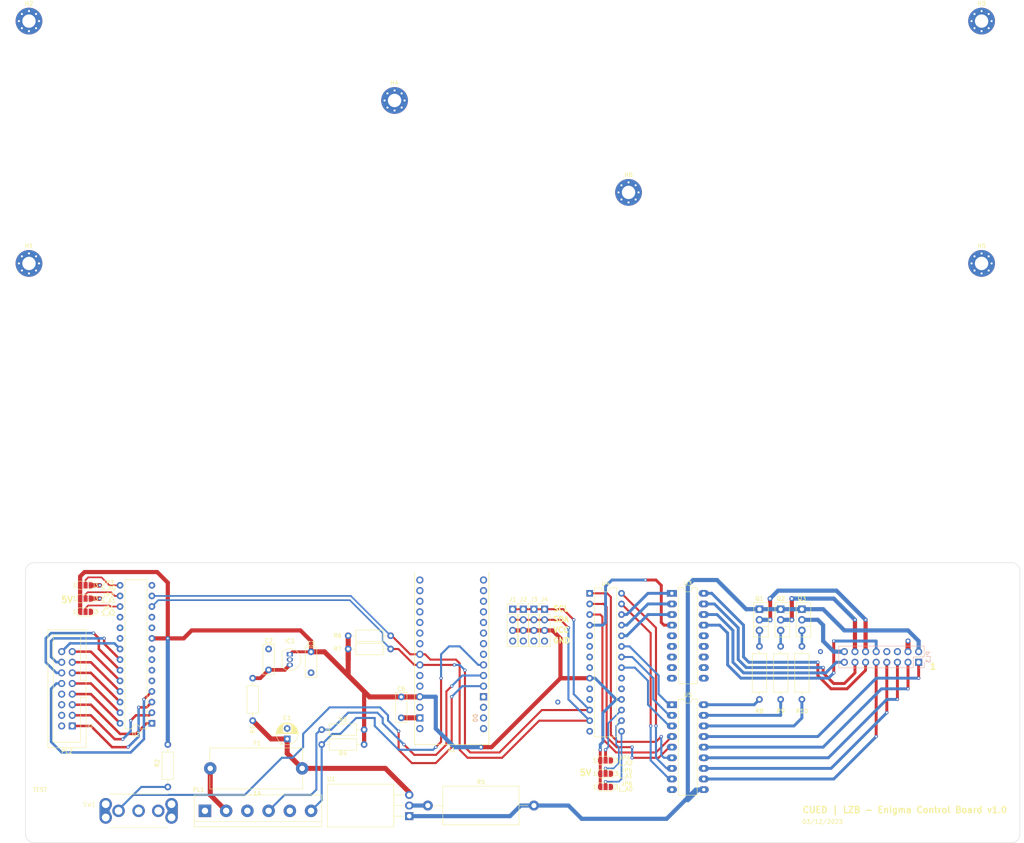
<source format=kicad_pcb>
(kicad_pcb (version 20221018) (generator pcbnew)
  (layers (0 "F.Cu" signal) (31 "B.Cu" signal) (34 "B.Paste" user) (35 "F.Paste" user) (36 "B.SilkS" user "B.Silkscreen") (37 "F.SilkS" user "F.Silkscreen") (38 "B.Mask" user) (39 "F.Mask" user) (44 "Edge.Cuts" user))
  (net 0 "")
  (net 1 "GND")
  (net 2 "TEST_SW")
  (net 3 "CAM1_POS")
  (net 4 "CAM2_POS")
  (net 5 "SDA")
  (net 6 "SCL")
  (net 7 "+5V")
  (net 8 "+12V")
  (net 9 "+BATT")
  (net 10 "/lamp_drive/c8")
  (net 11 "/lamp_drive/c7")
  (net 12 "/lamp_drive/c6")
  (net 13 "/lamp_drive/c5")
  (net 14 "/lamp_drive/c4")
  (net 15 "/lamp_drive/c3")
  (net 16 "/lamp_drive/c2")
  (net 17 "/lamp_drive/c1")
  (net 18 "/lamp_drive/r1")
  (net 19 "/lamp_drive/r2")
  (net 20 "/lamp_drive/r3")
  (net 21 "/lamp_drive/c9")
  (net 22 "+12VA")
  (net 23 "Net-(JP1-C)")
  (net 24 "Net-(JP2-C)")
  (net 25 "Net-(JP3-C)")
  (net 26 "Net-(JP4-C)")
  (net 27 "Net-(JP5-C)")
  (net 28 "Net-(JP6-C)")
  (net 29 "SC8")
  (net 30 "SC7")
  (net 31 "SC6")
  (net 32 "SC5")
  (net 33 "SC4")
  (net 34 "SC3")
  (net 35 "SC2")
  (net 36 "SC1")
  (net 37 "SR1")
  (net 38 "SR2")
  (net 39 "SR3")
  (net 40 "SC9")
  (net 41 "Net-(Q1-B)")
  (net 42 "Net-(Q2-B)")
  (net 43 "Net-(Q3-B)")
  (net 44 "Net-(U1-VO)")
  (net 54 "LC3")
  (net 55 "LC2")
  (net 56 "LC1")
  (net 57 "LC9")
  (net 66 "LC6")
  (net 67 "LC7")
  (net 68 "LC8")
  (net 77 "LR1")
  (net 78 "LR2")
  (net 79 "LR3")
  (net 80 "LC4")
  (net 81 "LC5")
  (net 109 "/lamp_drive/hp_r3")
  (net 110 "/lamp_drive/hp_r1")
  (net 112 "/lamp_drive/hp_r2")
  (net 113 "Net-(IC1-VI)")
  (footprint "Capacitor_THT:CP_Radial_D5.0mm_P2.50mm" (layer "F.Cu") (at 87.63 102.170113 90)
    (fp_text reference "C1")
    (fp_text value "10u 25V")
  )
  (footprint "Jumper:SolderJumper-3_P1.3mm_Open_RoundedPad1.0x1.5mm_NumberLabels" (layer "F.Cu") (at 163.83 107.315)
    (fp_text reference "JP4")
    (fp_text value "L_A2")
  )
  (footprint "MountingHole:MountingHole_3.2mm_M3_Pad_Via" (layer "F.Cu") (at 253.827056 -69.637944)
    (fp_text reference "H3")
    (fp_text value "MountingHole_Pad")
  )
  (footprint "user_global_footprints:Fuseholder_Cylinder-5x20mm_RS_Pro_564_756" (layer "F.Cu") (at 69.215 109.22)
    (fp_text reference "F1")
    (fp_text value "1A")
  )
  (footprint "Capacitor_THT:C_Disc_D7.0mm_W2.5mm_P5.00mm" (layer "F.Cu") (at 114.935 92.115 -90)
    (fp_text reference "C6")
    (fp_text value "100n")
  )
  (footprint "Jumper:SolderJumper-3_P1.3mm_Open_RoundedPad1.0x1.5mm_NumberLabels" (layer "F.Cu") (at 163.83 110.49)
    (fp_text reference "JP5")
    (fp_text value "L_A1")
  )
  (footprint "Package_DIP:DIP-18_W7.62mm_LongPads" (layer "F.Cu") (at 179.705 67.32)
    (fp_text reference "U3")
    (fp_text value "ULN2803A")
  )
  (footprint "Capacitor_THT:C_Disc_D7.0mm_W2.5mm_P5.00mm" (layer "F.Cu") (at 93.345 81.32 -90)
    (fp_text reference "C3")
    (fp_text value "100n")
  )
  (footprint "Package_TO_SOT_THT:TO-126-3_Vertical" (layer "F.Cu") (at 205.74 71.12 -90)
    (fp_text reference "Q2")
    (fp_text value "BD438")
  )
  (footprint "Connector_PinHeader_2.54mm:PinHeader_1x04_P2.54mm_Vertical" (layer "F.Cu") (at 146.685 71.12)
    (fp_text reference "J3")
    (fp_text value "Conn_01x04")
  )
  (footprint "user_global_footprints:Arduino_Nano_Socket_Luke" (layer "F.Cu") (at 127 60.325 180)
    (fp_text reference "A1")
    (fp_text value "Arduino_Nano_v3.x")
  )
  (footprint "Connector_IDC:IDC-Header_2x08_P2.54mm_Vertical" (layer "F.Cu") (at 36.195 99.06 180)
    (fp_text reference "PL2")
    (fp_text value "Conn_02x08_Counter_Clockwise")
  )
  (footprint "Resistor_THT:R_Axial_DIN0207_L6.3mm_D2.5mm_P10.16mm_Horizontal" (layer "F.Cu") (at 102.235 80.645)
    (fp_text reference "R7")
    (fp_text value "4k7")
  )
  (footprint "Resistor_THT:R_Axial_DIN0207_L6.3mm_D2.5mm_P10.16mm_Horizontal" (layer "F.Cu") (at 102.235 77.47)
    (fp_text reference "R6")
    (fp_text value "4k7")
  )
  (footprint "Connector_PinHeader_2.54mm:PinHeader_1x04_P2.54mm_Vertical" (layer "F.Cu") (at 144.145 71.12)
    (fp_text reference "J2")
    (fp_text value "Conn_01x04")
  )
  (footprint "Package_DIP:DIP-28_W7.62mm" (layer "F.Cu") (at 160.03 67.32)
    (fp_text reference "U4")
    (fp_text value "MCP23017_SP")
  )
  (footprint "Resistor_THT:R_Axial_DIN0309_L9.0mm_D3.2mm_P12.70mm_Horizontal" (layer "F.Cu") (at 205.74 80.01 -90)
    (fp_text reference "R9")
    (fp_text value "470R")
  )
  (footprint "Resistor_THT:R_Axial_DIN0207_L6.3mm_D2.5mm_P10.16mm_Horizontal" (layer "F.Cu") (at 95.885 103.505)
    (fp_text reference "R4")
    (fp_text value "4k7")
  )
  (footprint "MountingHole:MountingHole_3.2mm_M3_Pad_Via" (layer "F.Cu") (at 113.327056 -50.637944)
    (fp_text reference "H4")
    (fp_text value "MountingHole_Pad")
  )
  (footprint "Resistor_THT:R_Axial_DIN0207_L6.3mm_D2.5mm_P10.16mm_Horizontal" (layer "F.Cu") (at 59.055 113.665 90)
    (fp_text reference "R2")
    (fp_text value "4k7")
  )
  (footprint "Package_DIP:DIP-28_W7.62mm" (layer "F.Cu") (at 55.245 98.425 180)
    (fp_text reference "U2")
    (fp_text value "MCP23017_SP")
  )
  (footprint "Package_TO_SOT_THT:TO-126-3_Vertical" (layer "F.Cu") (at 200.66 71.12 -90)
    (fp_text reference "Q1")
    (fp_text value "BD438")
  )
  (footprint "Connector_PinHeader_2.54mm:PinHeader_1x04_P2.54mm_Vertical" (layer "F.Cu") (at 149.225 71.12)
    (fp_text reference "J4")
    (fp_text value "Conn_01x04")
  )
  (footprint "Resistor_THT:R_Axial_DIN0207_L6.3mm_D2.5mm_P10.16mm_Horizontal" (layer "F.Cu") (at 79.375 97.79 90)
    (fp_text reference "R1")
    (fp_text value "22R")
  )
  (footprint "Jumper:SolderJumper-3_P1.3mm_Open_RoundedPad1.0x1.5mm_NumberLabels" (layer "F.Cu") (at 163.83 113.665)
    (fp_text reference "JP6")
    (fp_text value "L_A0")
  )
  (footprint "Package_DIP:DIP-18_W7.62mm_LongPads" (layer "F.Cu") (at 179.705 93.98)
    (fp_text reference "U5")
    (fp_text value "ULN2803A")
  )
  (footprint "Capacitor_THT:C_Disc_D7.0mm_W2.5mm_P5.00mm" (layer "F.Cu") (at 83.185 85.645 90)
    (fp_text reference "C2")
    (fp_text value "100n")
  )
  (footprint "Resistor_THT:R_Axial_DIN0918_L18.0mm_D9.0mm_P25.40mm_Horizontal" (layer "F.Cu") (at 121.285 118.11)
    (fp_text reference "R5")
    (fp_text value "3R0")
  )
  (footprint "MountingHole:MountingHole_3.2mm_M3_Pad_Via" (layer "F.Cu") (at 25.827056 -69.637944)
    (fp_text reference "H2")
    (fp_text value "MountingHole_Pad")
  )
  (footprint "Resistor_THT:R_Axial_DIN0207_L6.3mm_D2.5mm_P10.16mm_Horizontal" (layer "F.Cu") (at 95.885 99.955)
    (fp_text reference "R3")
    (fp_text value "4k7")
  )
  (footprint "Jumper:SolderJumper-3_P1.3mm_Open_RoundedPad1.0x1.5mm_NumberLabels" (layer "F.Cu") (at 39.37 65.405)
    (fp_text reference "JP3")
    (fp_text value "S_A0")
  )
  (footprint "Resistor_THT:R_Axial_DIN0309_L9.0mm_D3.2mm_P12.70mm_Horizontal" (layer "F.Cu") (at 210.82 92.71 90)
    (fp_text reference "R10")
    (fp_text value "470R")
  )
  (footprint "Package_TO_SOT_THT:TO-220-3_Horizontal_TabDown" (layer "F.Cu") (at 116.84 120.65 90)
    (fp_text reference "U1")
    (fp_text value "LM317_TO-220")
  )
  (footprint "Resistor_THT:R_Axial_DIN0309_L9.0mm_D3.2mm_P12.70mm_Horizontal" (layer "F.Cu") (at 200.66 92.71 90)
    (fp_text reference "R8")
    (fp_text value "470R")
  )
  (footprint "MountingHole:MountingHole_3.2mm_M3_Pad_Via" (layer "F.Cu") (at 25.827056 -11.637944)
    (fp_text reference "H1")
    (fp_text value "MountingHole_Pad")
  )
  (footprint "user_global_footprints:SW_SPDT_RS_Pro_734_7303_Latching" (layer "F.Cu") (at 52.07 119.38 90)
    (fp_text reference "SW1")
    (fp_text value "SW_SPDT" hide)
  )
  (footprint "TerminalBlock:TerminalBlock_bornier-6_P5.08mm" (layer "F.Cu") (at 67.945 119.38)
    (fp_text reference "PL1")
    (fp_text value "Screw_Terminal_01x06" hide)
  )
  (footprint "Jumper:SolderJumper-3_P1.3mm_Open_RoundedPad1.0x1.5mm_NumberLabels" (layer "F.Cu") (at 39.37 68.58)
    (fp_text reference "JP2")
    (fp_text value "S_A1")
  )
  (footprint "Jumper:SolderJumper-3_P1.3mm_Open_RoundedPad1.0x1.5mm_NumberLabels" (layer "F.Cu") (at 39.37 71.755)
    (fp_text reference "JP1")
    (fp_text value "S_A2")
  )
  (footprint "MountingHole:MountingHole_3.2mm_M3_Pad_Via" (layer "F.Cu") (at 253.827056 -11.637944)
    (fp_text reference "H5")
    (fp_text value "MountingHole_Pad")
  )
  (footprint "MountingHole:MountingHole_3.2mm_M3_Pad_Via" (layer "F.Cu") (at 169.327056 -28.637944)
    (fp_text reference "H6")
    (fp_text value "MountingHole_Pad")
  )
  (footprint "Package_TO_SOT_THT:TO-126-3_Vertical" (layer "F.Cu") (at 210.82 71.12 -90)
    (fp_text reference "Q3")
    (fp_text value "BD438")
  )
  (footprint "Connector_PinHeader_2.54mm:PinHeader_1x04_P2.54mm_Vertical" (layer "F.Cu") (at 141.605 71.12)
    (fp_text reference "J1")
    (fp_text value "Conn_01x04")
  )
  (footprint "Package_TO_SOT_THT:TO-92_Inline" (layer "F.Cu") (at 88.265 81.915 -90)
    (fp_text reference "IC1")
    (fp_text value "LM2931AZ-5.0_TO92")
  )
  (footprint "user_global_footprints:PinHeader_2x08_P2.54mm_Vertical_VNUM" (layer "B.Cu") (at 238.76 83.82 90)
    (fp_text reference "PL3")
    (fp_text value "Conn_02x08_Counter_Clockwise")
  )
  (gr_line (start 25 125) (end 25 62) (stroke (width 0.1)) (layer "Edge.Cuts"))
  (gr_line (start 27 60) (end 261 60) (stroke (width 0.1)) (layer "Edge.Cuts"))
  (gr_line (start 263 62) (end 263 125) (stroke (width 0.1)) (layer "Edge.Cuts"))
  (gr_line (start 261 127) (end 27 127) (stroke (width 0.1)) (layer "Edge.Cuts"))
  (gr_arc (start 263 125) (mid 262.414214 126.414214) (end 261 127) (stroke (width 0.1)) (layer "Edge.Cuts"))
  (gr_arc (start 25 62) (mid 25.585786 60.585786) (end 27 60) (stroke (width 0.1)) (layer "Edge.Cuts"))
  (gr_arc (start 27 127) (mid 25.585786 126.414214) (end 25 125) (stroke (width 0.1)) (layer "Edge.Cuts"))
  (gr_arc (start 261 60) (mid 262.414214 60.585786) (end 263 62) (stroke (width 0.1)) (layer "Edge.Cuts"))
  (gr_text "TEST" (at 26.67 114.935) (layer "F.SilkS") (effects (font (size 1 1)) (justify left bottom)))
  (gr_text "CUED | LZB - Enigma Control Board v1.0" (at 210.82 120.015) (layer "F.SilkS") (effects (font (size 1.5 1.5) (thickness 0.3) bold) (justify left bottom)))
  (gr_text "VCC" (at 151.13 76.835) (layer "F.SilkS") (effects (font (size 1.3 1.3) (thickness 0.3) bold) (justify left bottom)))
  (gr_text "5V" (at 33.401 69.723) (layer "F.SilkS") (effects (font (size 1.5 1.5) (thickness 0.3) bold) (justify left bottom)))
  (gr_text "03/12/2023" (at 210.82 122.555) (layer "F.SilkS") (effects (font (size 1 1)) (justify left bottom)))
  (gr_text "SCL" (at 151.13 71.755) (layer "F.SilkS") (effects (font (size 1.3 1.3) (thickness 0.3) bold) (justify left bottom)))
  (gr_text "1" (at 241.3 85.725) (layer "F.SilkS") (effects (font (size 1.5 1.5) (thickness 0.3) bold) (justify left bottom)))
  (gr_text "GND" (at 151.13 79.375) (layer "F.SilkS") (effects (font (size 1.3 1.3) (thickness 0.3) bold) (justify left bottom)))
  (gr_text "SDA" (at 151.13 74.295) (layer "F.SilkS") (effects (font (size 1.3 1.3) (thickness 0.3) bold) (justify left bottom)))
  (gr_text "5V" (at 157.48 111.125) (layer "F.SilkS") (effects (font (size 1.5 1.5) (thickness 0.3) bold) (justify left bottom)))
  (segment (start 40.67 68.58) (end 42.799 68.58) (width 1.1) (layer "F.Cu") (net 1))
  (segment (start 40.67 65.405) (end 42.799 65.405) (width 1.1) (layer "F.Cu") (net 1))
  (segment (start 236.22 78.74) (end 236.22 81.28) (width 1.2) (layer "F.Cu") (net 1))
  (segment (start 119.34 97.115) (end 119.38 97.155) (width 1.2) (layer "F.Cu") (net 1))
  (segment (start 114.935 97.115) (end 119.34 97.115) (width 1.2) (layer "F.Cu") (net 1))
  (via (at 42.799 68.58) (size 0.8) (drill 0.4) (layers "F.Cu" "B.Cu") (net 1))
  (via (at 42.799 65.405) (size 0.8) (drill 0.4) (layers "F.Cu" "B.Cu") (net 1))
  (via (at 236.22 78.74) (size 1.2) (drill 0.6) (layers "F.Cu" "B.Cu") (net 1))
  (via (at 152.4 93.345) (size 1.2) (drill 0.6) (layers "F.Cu" "B.Cu") (net 1))
  (via (at 215.265 81.28) (size 1.2) (drill 0.6) (layers "F.Cu" "B.Cu") (net 1))
  (segment (start 123.19 107.95) (end 127 104.14) (width 0.5) (layer "F.Cu") (net 2))
  (segment (start 114.3 100.33) (end 114.3 104.775) (width 0.5) (layer "F.Cu") (net 2))
  (segment (start 117.475 107.95) (end 123.19 107.95) (width 0.5) (layer "F.Cu") (net 2))
  (segment (start 127 104.14) (end 127 92.075) (width 0.5) (layer "F.Cu") (net 2))
  (segment (start 114.3 104.775) (end 117.475 107.95) (width 0.5) (layer "F.Cu") (net 2))
  (via (at 127 92.075) (size 0.8) (drill 0.4) (layers "F.Cu" "B.Cu") (net 2))
  (via (at 114.3 100.33) (size 0.8) (drill 0.4) (layers "F.Cu" "B.Cu") (net 2))
  (segment (start 50.8 115.57) (end 77.47 115.57) (width 0.5) (layer "B.Cu") (net 2))
  (segment (start 129.54 89.535) (end 134.62 89.535) (width 0.5) (layer "B.Cu") (net 2))
  (segment (start 86.36 106.68) (end 88.9 106.68) (width 0.5) (layer "B.Cu") (net 2))
  (segment (start 59.055 113.665) (end 52.705 113.665) (width 0.5) (layer "B.Cu") (net 2))
  (segment (start 111.76 97.79) (end 114.3 100.33) (width 0.5) (layer "B.Cu") (net 2))
  (segment (start 50.8 115.57) (end 47.27 119.1) (width 0.5) (layer "B.Cu") (net 2))
  (segment (start 97.79 94.615) (end 109.855 94.615) (width 0.5) (layer "B.Cu") (net 2))
  (segment (start 109.855 94.615) (end 111.76 96.52) (width 0.5) (layer "B.Cu") (net 2))
  (segment (start 91.44 104.14) (end 91.44 100.965) (width 0.5) (layer "B.Cu") (net 2))
  (segment (start 47.27 119.1) (end 47.27 119.38) (width 0.5) (layer "B.Cu") (net 2))
  (segment (start 111.76 96.52) (end 111.76 97.79) (width 0.5) (layer "B.Cu") (net 2))
  (segment (start 91.44 100.965) (end 97.79 94.615) (width 0.5) (layer "B.Cu") (net 2))
  (segment (start 77.47 115.57) (end 86.36 106.68) (width 0.5) (layer "B.Cu") (net 2))
  (segment (start 52.705 113.665) (end 50.8 115.57) (width 0.5) (layer "B.Cu") (net 2))
  (segment (start 127 92.075) (end 129.54 89.535) (width 0.5) (layer "B.Cu") (net 2))
  (segment (start 88.9 106.68) (end 91.44 104.14) (width 0.5) (layer "B.Cu") (net 2))
  (segment (start 125.73 103.505) (end 125.73 90.805) (width 0.5) (layer "F.Cu") (net 3))
  (segment (start 115.57 103.505) (end 118.045 105.98) (width 0.5) (layer "F.Cu") (net 3))
  (segment (start 125.73 90.805) (end 127 89.535) (width 0.5) (layer "F.Cu") (net 3))
  (segment (start 118.045 105.98) (end 123.255 105.98) (width 0.5) (layer "F.Cu") (net 3))
  (segment (start 123.255 105.98) (end 125.73 103.505) (width 0.5) (layer "F.Cu") (net 3))
  (via (at 127 89.535) (size 0.8) (drill 0.4) (layers "F.Cu" "B.Cu") (net 3))
  (via (at 115.57 103.505) (size 0.8) (drill 0.4) (layers "F.Cu" "B.Cu") (net 3))
  (segment (start 83.185 119.38) (end 86.995 115.57) (width 0.5) (layer "B.Cu") (net 3))
  (segment (start 109.22 95.885) (end 102.235 95.885) (width 0.5) (layer "B.Cu") (net 3))
  (segment (start 95.625 99.955) (end 95.885 99.955) (width 0.5) (layer "B.Cu") (net 3))
  (segment (start 98.165 99.955) (end 95.885 99.955) (width 0.5) (layer "B.Cu") (net 3))
  (segment (start 102.235 95.885) (end 98.165 99.955) (width 0.5) (layer "B.Cu") (net 3))
  (segment (start 93.345 115.57) (end 94.615 114.3) (width 0.5) (layer "B.Cu") (net 3))
  (segment (start 115.57 103.505) (end 110.49 98.425) (width 0.5) (layer "B.Cu") (net 3))
  (segment (start 127 89.535) (end 129.54 86.995) (width 0.5) (layer "B.Cu") (net 3))
  (segment (start 110.49 97.155) (end 109.22 95.885) (width 0.5) (layer "B.Cu") (net 3))
  (segment (start 94.615 114.3) (end 94.615 100.965) (width 0.5) (layer "B.Cu") (net 3))
  (segment (start 94.615 100.965) (end 95.625 99.955) (width 0.5) (layer "B.Cu") (net 3))
  (segment (start 129.54 86.995) (end 134.62 86.995) (width 0.5) (layer "B.Cu") (net 3))
  (segment (start 110.49 98.425) (end 110.49 97.155) (width 0.5) (layer "B.Cu") (net 3))
  (segment (start 93.345 115.57) (end 86.995 115.57) (width 0.5) (layer "B.Cu") (net 3))
  (segment (start 124.46 102.87) (end 124.46 99.06) (width 0.5) (layer "F.Cu") (net 4))
  (segment (start 123.19 104.14) (end 124.46 102.87) (width 0.5) (layer "F.Cu") (net 4))
  (segment (start 124.46 88.197082) (end 124.46 87.63) (width 0.5) (layer "F.Cu") (net 4))
  (segment (start 124.46 99.06) (end 124.46 88.197082) (width 0.5) (layer "F.Cu") (net 4))
  (via (at 123.19 104.14) (size 0.8) (drill 0.4) (layers "F.Cu" "B.Cu") (net 4))
  (via (at 124.46 87.63) (size 0.8) (drill 0.4) (layers "F.Cu" "B.Cu") (net 4))
  (segment (start 108.585 97.155) (end 108.585 99.06) (width 0.5) (layer "B.Cu") (net 4))
  (segment (start 100.33 100.965) (end 104.14 97.155) (width 0.5) (layer "B.Cu") (net 4))
  (segment (start 121.92 104.775) (end 122.555 104.775) (width 0.5) (layer "B.Cu") (net 4))
  (segment (start 128.905 80.01) (end 133.35 84.455) (width 0.5) (layer "B.Cu") (net 4))
  (segment (start 124.46 81.915) (end 126.365 80.01) (width 0.5) (layer "B.Cu") (net 4))
  (segment (start 93.345 119.38) (end 95.885 116.84) (width 0.5) (layer "B.Cu") (net 4))
  (segment (start 104.14 97.155) (end 108.585 97.155) (width 0.5) (layer "B.Cu") (net 4))
  (segment (start 133.35 84.455) (end 134.62 84.455) (width 0.5) (layer "B.Cu") (net 4))
  (segment (start 126.365 80.01) (end 128.905 80.01) (width 0.5) (layer "B.Cu") (net 4))
  (segment (start 95.885 116.84) (end 95.885 103.505) (width 0.5) (layer "B.Cu") (net 4))
  (segment (start 124.46 87.63) (end 124.46 81.915) (width 0.5) (layer "B.Cu") (net 4))
  (segment (start 114.3 104.775) (end 121.92 104.775) (width 0.5) (layer "B.Cu") (net 4))
  (segment (start 108.585 99.06) (end 114.3 104.775) (width 0.5) (layer "B.Cu") (net 4))
  (segment (start 122.555 104.775) (end 123.19 104.14) (width 0.5) (layer "B.Cu") (net 4))
  (segment (start 95.885 103.505) (end 98.425 100.965) (width 0.5) (layer "B.Cu") (net 4))
  (segment (start 98.425 100.965) (end 100.33 100.965) (width 0.5) (layer "B.Cu") (net 4))
  (segment (start 153.035 73.66) (end 141.605 73.66) (width 0.5) (layer "F.Cu") (net 5))
  (segment (start 154.94 75.565) (end 153.035 73.66) (width 0.5) (layer "F.Cu") (net 5))
  (segment (start 128.905 84.074) (end 128.905 104.775) (width 0.5) (layer "F.Cu") (net 5))
  (segment (start 139.065 106.68) (end 147.945 97.8) (width 0.5) (layer "F.Cu") (net 5))
  (segment (start 128.905 104.775) (end 130.81 106.68) (width 0.5) (layer "F.Cu") (net 5))
  (segment (start 128.016 83.185) (end 128.905 84.074) (width 0.5) (layer "F.Cu") (net 5))
  (segment (start 117.094 81.915) (end 119.38 81.915) (width 0.5) (layer "F.Cu") (net 5))
  (segment (start 120.65 81.915) (end 121.92 83.185) (width 0.5) (layer "F.Cu") (net 5))
  (segment (start 112.649 77.47) (end 117.094 81.915) (width 0.5) (layer "F.Cu") (net 5))
  (segment (start 147.945 97.8) (end 160.03 97.8) (width 0.5) (layer "F.Cu") (net 5))
  (segment (start 112.395 77.47) (end 112.649 77.47) (width 0.5) (layer "F.Cu") (net 5))
  (segment (start 130.81 106.68) (end 139.065 106.68) (width 0.5) (layer "F.Cu") (net 5))
  (segment (start 121.92 83.185) (end 128.016 83.185) (width 0.5) (layer "F.Cu") (net 5))
  (segment (start 119.38 81.915) (end 120.65 81.915) (width 0.5) (layer "F.Cu") (net 5))
  (via (at 154.94 75.565) (size 0.8) (drill 0.4) (layers "F.Cu" "B.Cu") (net 5))
  (segment (start 102.87 67.945) (end 112.395 77.47) (width 0.4) (layer "B.Cu") (net 5))
  (segment (start 154.94 92.71) (end 160.03 97.8) (width 0.5) (layer "B.Cu") (net 5))
  (segment (start 154.94 75.565) (end 154.94 92.71) (width 0.5) (layer "B.Cu") (net 5))
  (segment (start 55.245 67.945) (end 102.87 67.945) (width 0.4) (layer "B.Cu") (net 5))
  (segment (start 153.67 71.12) (end 141.605 71.12) (width 0.5) (layer "F.Cu") (net 6))
  (segment (start 148.58 95.26) (end 160.03 95.26) (width 0.5) (layer "F.Cu") (net 6))
  (segment (start 118.0465 84.455) (end 114.2365 80.645) (width 0.5) (layer "F.Cu") (net 6))
  (segment (start 138.43 105.41) (end 148.58 95.26) (width 0.5) (layer "F.Cu") (net 6))
  (segment (start 131.445 105.41) (end 138.43 105.41) (width 0.5) (layer "F.Cu") (net 6))
  (segment (start 130.175 85.725) (end 130.175 104.14) (width 0.5) (layer "F.Cu") (net 6))
  (segment (start 114.2365 80.645) (end 112.395 80.645) (width 0.5) (layer "F.Cu") (net 6))
  (segment (start 119.38 84.455) (end 127.635 84.455) (width 0.5) (layer "F.Cu") (net 6))
  (segment (start 119.38 84.455) (end 118.0465 84.455) (width 0.5) (layer "F.Cu") (net 6))
  (segment (start 130.175 104.14) (end 131.445 105.41) (width 0.5) (layer "F.Cu") (net 6))
  (segment (start 156.21 73.66) (end 153.67 71.12) (width 0.5) (layer "F.Cu") (net 6))
  (via (at 130.175 85.725) (size 0.8) (drill 0.4) (layers "F.Cu" "B.Cu") (net 6))
  (via (at 127.635 84.455) (size 0.8) (drill 0.4) (layers "F.Cu" "B.Cu") (net 6))
  (via (at 156.21 73.66) (size 0.8) (drill 0.4) (layers "F.Cu" "B.Cu") (net 6))
  (segment (start 127.635 84.455) (end 128.905 84.455) (width 0.5) (layer "B.Cu") (net 6))
  (segment (start 56.769 68.961) (end 102.616 68.961) (width 0.4) (layer "B.Cu") (net 6))
  (segment (start 55.245 70.485) (end 56.769 68.961) (width 0.4) (layer "B.Cu") (net 6))
  (segment (start 110.49 76.835) (end 110.49 78.74) (width 0.4) (layer "B.Cu") (net 6))
  (segment (start 102.616 68.961) (end 110.49 76.835) (width 0.4) (layer "B.Cu") (net 6))
  (segment (start 110.49 78.74) (end 112.395 80.645) (width 0.4) (layer "B.Cu") (net 6))
  (segment (start 128.905 84.455) (end 130.175 85.725) (width 0.5) (layer "B.Cu") (net 6))
  (segment (start 156.21 91.44) (end 160.03 95.26) (width 0.5) (layer "B.Cu") (net 6))
  (segment (start 156.21 73.66) (end 156.21 91.44) (width 0.5) (layer "B.Cu") (net 6))
  (segment (start 151.13 76.2) (end 153.035 78.105) (width 1) (layer "F.Cu") (net 7))
  (segment (start 59.055 78.105) (end 55.245 78.105) (width 1) (layer "F.Cu") (net 7))
  (segment (start 106.045 90.805) (end 107.355 92.115) (width 1.2) (layer "F.Cu") (net 7))
  (segment (start 38.07 63.276) (end 39.116 62.23) (width 1) (layer "F.Cu") (net 7))
  (segment (start 88.265 81.915) (end 88.86 81.32) (width 0.7) (layer "F.Cu") (net 7))
  (segment (start 102.235 83.185) (end 102.235 80.645) (width 1.2) (layer "F.Cu") (net 7))
  (segment (start 153.025 87.64) (end 154.295 87.64) (width 1) (layer "F.Cu") (net 7))
  (segment (start 153.035 78.105) (end 153.035 87.64) (width 1) (layer "F.Cu") (net 7))
  (segment (start 59.055 64.77) (end 59.055 78.105) (width 1) (layer "F.Cu") (net 7))
  (segment (start 102.235 86.995) (end 96.56 81.32) (width 1.2) (layer "F.Cu") (net 7))
  (segment (start 119.34 92.115) (end 119.38 92.075) (width 1.2) (layer "F.Cu") (net 7))
  (segment (start 93.345 78.74) (end 90.805 76.2) (width 1) (layer "F.Cu") (net 7))
  (segment (start 93.345 81.32) (end 93.345 78.74) (width 1) (layer "F.Cu") (net 7))
  (segment (start 106.045 103.505) (end 106.045 90.805) (width 1) (layer "F.Cu") (net 7))
  (segment (start 88.86 81.32) (end 93.345 81.32) (width 0.7) (layer "F.Cu") (net 7))
  (segment (start 133.985 104.14) (end 136.525 104.14) (width 1) (layer "F.Cu") (net 7))
  (segment (start 162.56 104.775) (end 162.56 113.635) (width 0.7) (layer "F.Cu") (net 7))
  (segment (start 154.295 87.64) (end 160.03 87.64) (width 1) (layer "F.Cu") (net 7))
  (segment (start 90.805 76.2) (end 64.77 76.2) (width 1) (layer "F.Cu") (net 7))
  (segment (start 136.525 104.14) (end 153.025 87.64) (width 1) (layer "F.Cu") (net 7))
  (segment (start 64.77 76.2) (end 62.865 78.105) (width 1) (layer "F.Cu") (net 7))
  (segment (start 62.865 78.105) (end 59.055 78.105) (width 1) (layer "F.Cu") (net 7))
  (segment (start 39.116 62.23) (end 56.515 62.23) (width 1) (layer "F.Cu") (net 7))
  (segment (start 141.605 76.2) (end 151.13 76.2) (width 1) (layer "F.Cu") (net 7))
  (segment (start 38.07 71.755) (end 38.07 63.276) (width 1) (layer "F.Cu") (net 7))
  (segment (start 102.235 86.995) (end 106.045 90.805) (width 1.2) (layer "F.Cu") (net 7))
  (segment (start 102.235 77.47) (end 102.235 83.185) (width 1.2) (layer "F.Cu") (net 7))
  (segment (start 102.235 83.185) (end 102.235 86.995) (width 1.2) (layer "F.Cu") (net 7))
  (segment (start 107.355 92.115) (end 114.935 92.115) (width 1.2) (layer "F.Cu") (net 7))
  (segment (start 56.515 62.23) (end 59.055 64.77) (width 1) (layer "F.Cu") (net 7))
  (segment (start 162.56 113.635) (end 162.53 113.665) (width 0.7) (layer "F.Cu") (net 7))
  (segment (start 96.56 81.32) (end 93.345 81.32) (width 1.2) (layer "F.Cu") (net 7))
  (segment (start 114.935 92.115) (end 119.34 92.115) (width 1.2) (layer "F.Cu") (net 7))
  (segment (start 153.035 87.64) (end 154.295 87.64) (width 1) (layer "F.Cu") (net 7))
  (via (at 162.56 104.775) (size 0.8) (drill 0.4) (layers "F.Cu" "B.Cu") (net 7))
  (via (at 133.985 104.14) (size 1.2) (drill 0.6) (layers "F.Cu" "B.Cu") (net 7))
  (via (at 59.055 78.105) (size 0.8) (drill 0.4) (layers "F.Cu" "B.Cu") (net 7))
  (segment (start 123.19 99.695) (end 123.19 92.075) (width 1) (layer "B.Cu") (net 7))
  (segment (start 163.195 102.87) (end 162.56 103.505) (width 0.7) (layer "B.Cu") (net 7))
  (segment (start 59.055 78.105) (end 59.055 103.505) (width 1) (layer "B.Cu") (net 7))
  (segment (start 133.985 104.14) (end 127.635 104.14) (width 1) (layer "B.Cu") (net 7))
  (segment (start 166.38 92.72) (end 167.65 92.72) (width 0.7) (layer "B.Cu") (net 7))
  (segment (start 161.3 87.64) (end 166.38 92.72) (width 0.7) (layer "B.Cu") (net 7))
  (segment (start 160.03 87.64) (end 161.3 87.64) (width 0.7) (layer "B.Cu") (net 7))
  (segment (start 166.38 92.72) (end 163.195 95.905) (width 0.7) (layer "B.Cu") (net 7))
  (segment (start 127.635 104.14) (end 123.19 99.695) (width 1) (layer "B.Cu") (net 7))
  (segment (start 162.56 103.505) (end 162.56 104.775) (width 0.7) (layer "B.Cu") (net 7))
  (segment (start 163.195 95.905) (end 163.195 102.87) (width 0.7) (layer "B.Cu") (net 7))
  (segment (start 123.19 92.075) (end 119.38 92.075) (width 1) (layer "B.Cu") (net 7))
  (segment (start 116.84 114.935) (end 116.84 115.57) (width 1.2) (layer "F.Cu") (net 8))
  (segment (start 111.125 109.22) (end 116.84 114.935) (width 1.2) (layer "F.Cu") (net 8))
  (segment (start 87.63 102.170113) (end 83.755113 102.170113) (width 1.2) (layer "F.Cu") (net 8))
  (segment (start 91.215 109.22) (end 111.125 109.22) (width 1.2) (layer "F.Cu") (net 8))
  (segment (start 83.755113 102.170113) (end 79.375 97.79) (width 1.2) (layer "F.Cu") (net 8))
  (segment (start 87.63 105.635) (end 91.215 109.22) (width 1.2) (layer "F.Cu") (net 8))
  (segment (start 87.63 102.235) (end 87.63 105.635) (width 1.2) (layer "F.Cu") (net 8))
  (segment (start 69.215 115.57) (end 69.215 109.22) (width 1.2) (layer "F.Cu") (net 9))
  (segment (start 73.025 119.38) (end 69.215 115.57) (width 1.2) (layer "F.Cu") (net 9))
  (segment (start 238.76 87.63) (end 238.76 83.82) (width 0.7) (layer "F.Cu") (net 10))
  (via (at 238.76 87.63) (size 0.8) (drill 0.4) (layers "F.Cu" "B.Cu") (net 10))
  (segment (start 187.325 101.6) (end 214.63 101.6) (width 0.7) (layer "B.Cu") (net 10))
  (segment (start 228.6 87.63) (end 238.76 87.63) (width 0.7) (layer "B.Cu") (net 10))
  (segment (start 214.63 101.6) (end 228.6 87.63) (width 0.7) (layer "B.Cu") (net 10))
  (segment (start 236.22 90.17) (end 236.22 83.82) (width 0.7) (layer "F.Cu") (net 11))
  (via (at 236.22 90.17) (size 0.8) (drill 0.4) (layers "F.Cu" "B.Cu") (net 11))
  (segment (start 229.87 90.17) (end 236.22 90.17) (width 0.7) (layer "B.Cu") (net 11))
  (segment (start 215.9 104.14) (end 229.87 90.17) (width 0.7) (layer "B.Cu") (net 11))
  (segment (start 187.325 104.14) (end 215.9 104.14) (width 0.7) (layer "B.Cu") (net 11))
  (segment (start 233.68 92.71) (end 233.68 83.82) (width 0.7) (layer "F.Cu") (net 12))
  (via (at 233.68 92.71) (size 0.8) (drill 0.4) (layers "F.Cu" "B.Cu") (net 12))
  (segment (start 231.14 92.71) (end 233.68 92.71) (width 0.7) (layer "B.Cu") (net 12))
  (segment (start 217.17 106.68) (end 231.14 92.71) (width 0.7) (layer "B.Cu") (net 12))
  (segment (start 187.325 106.68) (end 217.17 106.68) (width 0.7) (layer "B.Cu") (net 12))
  (segment (start 231.14 95.885) (end 231.14 83.82) (width 0.7) (layer "F.Cu") (net 13))
  (via (at 231.14 95.885) (size 0.8) (drill 0.4) (layers "F.Cu" "B.Cu") (net 13))
  (segment (start 187.325 109.22) (end 217.805 109.22) (width 0.7) (layer "B.Cu") (net 13))
  (segment (start 217.805 109.22) (end 231.14 95.885) (width 0.7) (layer "B.Cu") (net 13))
  (segment (start 228.6 101.6) (end 228.6 83.82) (width 0.7) (layer "F.Cu") (net 14))
  (via (at 228.6 101.6) (size 0.8) (drill 0.4) (layers "F.Cu" "B.Cu") (net 14))
  (segment (start 218.44 111.76) (end 228.6 101.6) (width 0.7) (layer "B.Cu") (net 14))
  (segment (start 187.325 111.76) (end 218.44 111.76) (width 0.7) (layer "B.Cu") (net 14))
  (segment (start 217.805 90.17) (end 221.615 90.17) (width 0.7) (layer "F.Cu") (net 15))
  (segment (start 214.63 86.995) (end 217.805 90.17) (width 0.7) (layer "F.Cu") (net 15))
  (segment (start 214.63 83.82) (end 214.63 86.995) (width 0.7) (layer "F.Cu") (net 15))
  (segment (start 221.615 90.17) (end 226.06 85.725) (width 0.7) (layer "F.Cu") (net 15))
  (segment (start 226.06 85.725) (end 226.06 83.82) (width 0.7) (layer "F.Cu") (net 15))
  (via (at 214.63 83.82) (size 0.8) (drill 0.4) (layers "F.Cu" "B.Cu") (net 15))
  (segment (start 196.85 82.55) (end 196.85 74.93) (width 0.7) (layer "B.Cu") (net 15))
  (segment (start 189.23 67.31) (end 189.22 67.32) (width 0.7) (layer "B.Cu") (net 15))
  (segment (start 189.22 67.32) (end 187.325 67.32) (width 0.7) (layer "B.Cu") (net 15))
  (segment (start 196.85 74.93) (end 189.23 67.31) (width 0.7) (layer "B.Cu") (net 15))
  (segment (start 214.63 83.82) (end 198.12 83.82) (width 0.7) (layer "B.Cu") (net 15))
  (segment (start 198.12 83.82) (end 196.85 82.55) (width 0.7) (layer "B.Cu") (net 15))
  (segment (start 220.98 88.9) (end 223.52 86.36) (width 0.7) (layer "F.Cu") (net 16))
  (segment (start 218.44 88.9) (end 220.98 88.9) (width 0.7) (layer "F.Cu") (net 16))
  (segment (start 223.52 86.36) (end 223.52 83.82) (width 0.7) (layer "F.Cu") (net 16))
  (segment (start 215.9 85.09) (end 215.9 86.36) (width 0.7) (layer "F.Cu") (net 16))
  (segment (start 215.9 86.36) (end 218.44 88.9) (width 0.7) (layer "F.Cu") (net 16))
  (via (at 215.9 85.09) (size 0.8) (drill 0.4) (layers "F.Cu" "B.Cu") (net 16))
  (segment (start 195.58 83.185) (end 195.58 75.565) (width 0.7) (layer "B.Cu") (net 16))
  (segment (start 189.875 69.86) (end 187.325 69.86) (width 0.7) (layer "B.Cu") (net 16))
  (segment (start 195.58 75.565) (end 189.875 69.86) (width 0.7) (layer "B.Cu") (net 16))
  (segment (start 215.9 85.09) (end 197.485 85.09) (width 0.7) (layer "B.Cu") (net 16))
  (segment (start 197.485 85.09) (end 195.58 83.185) (width 0.7) (layer "B.Cu") (net 16))
  (segment (start 216.535 86.36) (end 219.075 83.82) (width 0.7) (layer "B.Cu") (net 17))
  (segment (start 219.075 83.82) (end 220.98 83.82) (width 0.7) (layer "B.Cu") (net 17))
  (segment (start 190.51 72.4) (end 194.31 76.2) (width 0.7) (layer "B.Cu") (net 17))
  (segment (start 196.85 86.36) (end 216.535 86.36) (width 0.7) (layer "B.Cu") (net 17))
  (segment (start 194.31 83.82) (end 196.85 86.36) (width 0.7) (layer "B.Cu") (net 17))
  (segment (start 187.325 72.4) (end 190.51 72.4) (width 0.7) (layer "B.Cu") (net 17))
  (segment (start 194.31 76.2) (end 194.31 83.82) (width 0.7) (layer "B.Cu") (net 17))
  (segment (start 210.82 97.155) (end 210.82 92.71) (width 0.7) (layer "B.Cu") (net 18))
  (segment (start 187.325 99.06) (end 208.915 99.06) (width 0.7) (layer "B.Cu") (net 18))
  (segment (start 208.915 99.06) (end 210.82 97.155) (width 0.7) (layer "B.Cu") (net 18))
  (segment (start 205.74 96.52) (end 205.74 92.71) (width 0.7) (layer "B.Cu") (net 19))
  (segment (start 187.325 96.52) (end 205.74 96.52) (width 0.7) (layer "B.Cu") (net 19))
  (segment (start 199.39 93.98) (end 200.66 92.71) (width 0.7) (layer "B.Cu") (net 20))
  (segment (start 187.325 93.98) (end 199.39 93.98) (width 0.7) (layer "B.Cu") (net 20))
  (segment (start 218.44 86.36) (end 218.44 78.74) (width 0.7) (layer "F.Cu") (net 21))
  (via (at 218.44 78.74) (size 0.8) (drill 0.4) (layers "F.Cu" "B.Cu") (net 21))
  (via (at 218.44 86.36) (size 0.8) (drill 0.4) (layers "F.Cu" "B.Cu") (net 21))
  (segment (start 228.6 78.74) (end 228.6 81.28) (width 0.7) (layer "B.Cu") (net 21))
  (segment (start 218.44 78.74) (end 228.6 78.74) (width 0.7) (layer "B.Cu") (net 21))
  (segment (start 193.04 84.455) (end 196.215 87.63) (width 0.7) (layer "B.Cu") (net 21))
  (segment (start 191.145 74.94) (end 193.04 76.835) (width 0.7) (layer "B.Cu") (net 21))
  (segment (start 217.17 87.63) (end 218.44 86.36) (width 0.7) (layer "B.Cu") (net 21))
  (segment (start 196.215 87.63) (end 217.17 87.63) (width 0.7) (layer "B.Cu") (net 21))
  (segment (start 193.04 76.835) (end 193.04 84.455) (width 0.7) (layer "B.Cu") (net 21))
  (segment (start 187.325 74.94) (end 191.145 74.94) (width 0.7) (layer "B.Cu") (net 21))
  (segment (start 154.94 118.11) (end 158.115 121.285) (width 1) (layer "B.Cu") (net 22))
  (segment (start 238.76 78.74) (end 238.76 81.28) (width 1) (layer "B.Cu") (net 22))
  (segment (start 140.97 120.65) (end 116.84 120.65) (width 1) (layer "B.Cu") (net 22))
  (segment (start 185.405 114.3) (end 187.325 114.3) (width 1) (layer "B.Cu") (net 22))
  (segment (start 184.785 64.135) (end 190.5 64.135) (width 1) (layer "B.Cu") (net 22))
  (segment (start 143.51 118.11) (end 140.97 120.65) (width 1) (layer "B.Cu") (net 22))
  (segment (start 183.515 65.405) (end 184.785 64.135) (width 1) (layer "B.Cu") (net 22))
  (segment (start 183.525 116.85) (end 186.075 114.3) (width 1) (layer "B.Cu") (net 22))
  (segment (start 220.98 76.2) (end 236.22 76.2) (width 1) (layer "B.Cu") (net 22))
  (segment (start 182.87 116.85) (end 182.87 116.835) (width 1) (layer "B.Cu") (net 22))
  (segment (start 200.66 71.12) (end 210.82 71.12) (width 1) (layer "B.Cu") (net 22))
  (segment (start 200.66 71.12) (end 197.485 71.12) (width 1) (layer "B.Cu") (net 22))
  (segment (start 146.685 118.11) (end 143.51 118.11) (width 1) (layer "B.Cu") (net 22))
  (segment (start 158.115 121.285) (end 178.435 121.285) (width 1) (layer "B.Cu") (net 22))
  (segment (start 197.485 71.12) (end 190.5 64.135) (width 1) (layer "B.Cu") (net 22))
  (segment (start 182.87 116.835) (end 185.405 114.3) (width 1) (layer "B.Cu") (net 22))
  (segment (start 178.435 121.285) (end 182.87 116.85) (width 1) (layer "B.Cu") (net 22))
  (segment (start 210.82 71.12) (end 215.9 71.12) (width 1) (layer "B.Cu") (net 22))
  (segment (start 183.515 116.205) (end 182.87 116.85) (width 1) (layer "B.Cu") (net 22))
  (segment (start 183.515 65.405) (end 183.515 116.205) (width 1) (layer "B.Cu") (net 22))
  (segment (start 146.685 118.11) (end 154.94 118.11) (width 1) (layer "B.Cu") (net 22))
  (segment (start 186.075 114.3) (end 187.325 114.3) (width 1) (layer "B.Cu") (net 22))
  (segment (start 215.9 71.12) (end 220.98 76.2) (width 1) (layer "B.Cu") (net 22))
  (segment (start 236.22 76.2) (end 238.76 78.74) (width 1) (layer "B.Cu") (net 22))
  (segment (start 39.37 70.866) (end 40.005 70.231) (width 0.4) (layer "F.Cu") (net 23))
  (segment (start 39.37 71.755) (end 39.37 70.866) (width 0.4) (layer "F.Cu") (net 23))
  (segment (start 40.005 70.231) (end 45.085 70.231) (width 0.4) (layer "F.Cu") (net 23))
  (segment (start 45.085 70.231) (end 45.339 70.485) (width 0.4) (layer "F.Cu") (net 23))
  (segment (start 45.339 70.485) (end 47.625 70.485) (width 0.4) (layer "F.Cu") (net 23))
  (segment (start 46.355 67.945) (end 47.625 67.945) (width 0.4) (layer "F.Cu") (net 24))
  (segment (start 45.466 67.056) (end 46.355 67.945) (width 0.4) (layer "F.Cu") (net 24))
  (segment (start 39.37 68.58) (end 39.37 67.564) (width 0.4) (layer "F.Cu") (net 24))
  (segment (start 39.878 67.056) (end 45.466 67.056) (width 0.4) (layer "F.Cu") (net 24))
  (segment (start 39.37 67.564) (end 39.878 67.056) (width 0.4) (layer "F.Cu") (net 24))
  (segment (start 39.37 64.135) (end 40.005 63.5) (width 0.4) (layer "F.Cu") (net 25))
  (segment (start 40.005 63.5) (end 43.18 63.5) (width 0.4) (layer "F.Cu") (net 25))
  (segment (start 43.18 63.5) (end 45.085 65.405) (width 0.4) (layer "F.Cu") (net 25))
  (segment (start 45.085 65.405) (end 47.625 65.405) (width 0.4) (layer "F.Cu") (net 25))
  (segment (start 39.37 65.405) (end 39.37 64.135) (width 0.4) (layer "F.Cu") (net 25))
  (segment (start 163.83 104.775) (end 163.83 107.315) (width 0.7) (layer "F.Cu") (net 26))
  (via (at 163.83 104.775) (size 0.8) (drill 0.4) (layers "F.Cu" "B.Cu") (net 26))
  (segment (start 163.83 104.775) (end 164.465 104.14) (width 0.4) (layer "B.Cu") (net 26))
  (segment (start 164.465 104.14) (end 164.465 98.425) (width 0.4) (layer "B.Cu") (net 26))
  (segment (start 167.63 95.26) (end 167.65 95.26) (width 0.4) (layer "B.Cu") (net 26))
  (segment (start 164.465 98.425) (end 167.63 95.26) (width 0.4) (layer "B.Cu") (net 26))
  (segment (start 163.83 110.49) (end 163.83 109.22) (width 0.7) (layer "F.Cu") (net 27))
  (via (at 163.83 109.22) (size 0.8) (drill 0.4) (layers "F.Cu" "B.Cu") (net 27))
  (segment (start 167.005 107.95) (end 167.005 104.14) (width 0.4) (layer "B.Cu") (net 27))
  (segment (start 166.37 103.505) (end 166.37 99.08) (width 0.4) (layer "B.Cu") (net 27))
  (segment (start 167.005 104.14) (end 166.37 103.505) (width 0.4) (layer "B.Cu") (net 27))
  (segment (start 166.37 99.08) (end 167.65 97.8) (width 0.4) (layer "B.Cu") (net 27))
  (segment (start 163.83 109.22) (end 165.735 109.22) (width 0.4) (layer "B.Cu") (net 27))
  (segment (start 165.735 109.22) (end 167.005 107.95) (width 0.4) (layer "B.Cu") (net 27))
  (segment (start 163.83 113.665) (end 163.83 112.395) (width 0.7) (layer "F.Cu") (net 28))
  (via (at 163.83 112.395) (size 0.8) (drill 0.4) (layers "F.Cu" "B.Cu") (net 28))
  (segment (start 167.64 111.76) (end 167.64 100.35) (width 0.4) (layer "B.Cu") (net 28))
  (segment (start 163.83 112.395) (end 167.005 112.395) (width 0.4) (layer "B.Cu") (net 28))
  (segment (start 167.64 100.35) (end 167.65 100.34) (width 0.4) (layer "B.Cu") (net 28))
  (segment (start 167.005 112.395) (end 167.64 111.76) (width 0.4) (layer "B.Cu") (net 28))
  (segment (start 36.195 99.06) (end 40.64 99.06) (width 0.6) (layer "F.Cu") (net 29))
  (segment (start 40.64 99.06) (end 45.72 104.14) (width 0.6) (layer "F.Cu") (net 29))
  (segment (start 53.975 94.615) (end 55.245 93.345) (width 0.6) (layer "F.Cu") (net 29))
  (segment (start 52.07 94.615) (end 53.975 94.615) (width 0.6) (layer "F.Cu") (net 29))
  (segment (start 45.72 104.14) (end 49.53 104.14) (width 0.6) (layer "F.Cu") (net 29))
  (via (at 49.53 104.14) (size 0.8) (drill 0.4) (layers "F.Cu" "B.Cu") (net 29))
  (via (at 52.07 94.615) (size 0.8) (drill 0.4) (layers "F.Cu" "B.Cu") (net 29))
  (segment (start 52.07 101.6) (end 52.07 94.615) (width 0.6) (layer "B.Cu") (net 29))
  (segment (start 49.53 104.14) (end 52.07 101.6) (width 0.6) (layer "B.Cu") (net 29))
  (segment (start 51.435 96.52) (end 54.61 96.52) (width 0.6) (layer "F.Cu") (net 30))
  (segment (start 40.64 96.52) (end 46.355 102.235) (width 0.6) (layer "F.Cu") (net 30))
  (segment (start 54.61 96.52) (end 55.245 95.885) (width 0.6) (layer "F.Cu") (net 30))
  (segment (start 50.165 97.79) (end 51.435 96.52) (width 0.6) (layer "F.Cu") (net 30))
  (segment (start 36.195 96.52) (end 40.64 96.52) (width 0.6) (layer "F.Cu") (net 30))
  (segment (start 46.355 102.235) (end 48.26 102.235) (width 0.6) (layer "F.Cu") (net 30))
  (via (at 50.165 97.79) (size 0.8) (drill 0.4) (layers "F.Cu" "B.Cu") (net 30))
  (via (at 48.26 102.235) (size 0.8) (drill 0.4) (layers "F.Cu" "B.Cu") (net 30))
  (segment (start 50.165 100.33) (end 50.165 97.79) (width 0.6) (layer "B.Cu") (net 30))
  (segment (start 48.26 102.235) (end 50.165 100.33) (width 0.6) (layer "B.Cu") (net 30))
  (segment (start 40.64 93.98) (end 47.625 100.965) (width 0.6) (layer "F.Cu") (net 31))
  (segment (start 47.625 100.965) (end 51.435 100.965) (width 0.6) (layer "F.Cu") (net 31))
  (segment (start 51.435 100.965) (end 53.975 98.425) (width 0.6) (layer "F.Cu") (net 31))
  (segment (start 36.195 93.98) (end 40.64 93.98) (width 0.6) (layer "F.Cu") (net 31))
  (segment (start 53.975 98.425) (end 55.245 98.425) (width 0.6) (layer "F.Cu") (net 31))
  (segment (start 36.195 91.44) (end 40.64 91.44) (width 0.6) (layer "F.Cu") (net 32))
  (segment (start 40.64 91.44) (end 47.625 98.425) (width 0.6) (layer "F.Cu") (net 32))
  (segment (start 36.195 88.9) (end 40.64 88.9) (width 0.6) (layer "F.Cu") (net 33))
  (segment (start 40.64 88.9) (end 47.625 95.885) (width 0.6) (layer "F.Cu") (net 33))
  (segment (start 36.195 86.36) (end 40.64 86.36) (width 0.6) (layer "F.Cu") (net 34))
  (segment (start 40.64 86.36) (end 47.625 93.345) (width 0.6) (layer "F.Cu") (net 34))
  (segment (start 36.195 83.82) (end 40.64 83.82) (width 0.6) (layer "F.Cu") (net 35))
  (segment (start 40.64 83.82) (end 47.625 90.805) (width 0.6) (layer "F.Cu") (net 35))
  (segment (start 40.64 81.28) (end 47.625 88.265) (width 0.6) (layer "F.Cu") (net 36))
  (segment (start 36.195 81.28) (end 40.64 81.28) (width 0.6) (layer "F.Cu") (net 36))
  (segment (start 46.275 79.295) (end 47.625 80.645) (width 0.6) (layer "B.Cu") (net 37))
  (segment (start 35.64 79.295) (end 46.275 79.295) (width 0.6) (layer "B.Cu") (net 37))
  (segment (start 33.655 81.28) (end 35.64 79.295) (width 0.6) (layer "B.Cu") (net 37))
  (segment (start 43.815 79.375) (end 47.625 83.185) (width 0.6) (layer "F.Cu") (net 38))
  (segment (start 43.815 78.105) (end 43.815 79.375) (width 0.6) (layer "F.Cu") (net 38))
  (via (at 43.815 78.105) (size 0.8) (drill 0.4) (layers "F.Cu" "B.Cu") (net 38))
  (segment (start 31.115 82.55) (end 31.115 78.74) (width 0.6) (layer "B.Cu") (net 38))
  (segment (start 32.385 83.82) (end 31.115 82.55) (width 0.6) (layer "B.Cu") (net 38))
  (segment (start 31.75 78.105) (end 43.815 78.105) (width 0.6) (layer "B.Cu") (net 38))
  (segment (start 33.655 83.82) (end 32.385 83.82) (width 0.6) (layer "B.Cu") (net 38))
  (segment (start 31.115 78.74) (end 31.75 78.105) (width 0.6) (layer "B.Cu") (net 38))
  (segment (start 41.275 76.835) (end 42.545 78.105) (width 0.6) (layer "F.Cu") (net 39))
  (segment (start 42.545 80.645) (end 47.625 85.725) (width 0.6) (layer "F.Cu") (net 39))
  (segment (start 42.545 78.105) (end 42.545 80.645) (width 0.6) (layer "F.Cu") (net 39))
  (via (at 41.275 76.835) (size 0.8) (drill 0.4) (layers "F.Cu" "B.Cu") (net 39))
  (segment (start 31.115 76.835) (end 41.275 76.835) (width 0.6) (layer "B.Cu") (net 39))
  (segment (start 29.845 78.105) (end 31.115 76.835) (width 0.6) (layer "B.Cu") (net 39))
  (segment (start 32.385 86.36) (end 29.845 83.82) (width 0.6) (layer "B.Cu") (net 39))
  (segment (start 33.655 86.36) (end 32.385 86.36) (width 0.6) (layer "B.Cu") (net 39))
  (segment (start 29.845 83.82) (end 29.845 78.105) (width 0.6) (layer "B.Cu") (net 39))
  (segment (start 53.34 92.71) (end 55.245 90.805) (width 0.6) (layer "F.Cu") (net 40))
  (via (at 53.34 92.71) (size 0.8) (drill 0.4) (layers "F.Cu" "B.Cu") (net 40))
  (segment (start 31.115 102.87) (end 31.115 90.17) (width 0.6) (layer "B.Cu") (net 40))
  (segment (start 33.655 105.41) (end 31.115 102.87) (width 0.6) (layer "B.Cu") (net 40))
  (segment (start 53.34 102.235) (end 50.165 105.41) (width 0.6) (layer "B.Cu") (net 40))
  (segment (start 32.385 88.9) (end 33.655 88.9) (width 0.6) (layer "B.Cu") (net 40))
  (segment (start 50.165 105.41) (end 33.655 105.41) (width 0.6) (layer "B.Cu") (net 40))
  (segment (start 31.115 90.17) (end 32.385 88.9) (width 0.6) (layer "B.Cu") (net 40))
  (segment (start 53.34 92.71) (end 53.34 102.235) (width 0.6) (layer "B.Cu") (net 40))
  (segment (start 200.66 80.01) (end 200.66 76.2) (width 0.6) (layer "B.Cu") (net 41))
  (segment (start 205.74 80.01) (end 205.74 76.2) (width 0.6) (layer "B.Cu") (net 42))
  (segment (start 210.82 80.01) (end 210.82 76.2) (width 0.6) (layer "B.Cu") (net 43))
  (segment (start 116.84 118.11) (end 121.285 118.11) (width 1) (layer "B.Cu") (net 44))
  (segment (start 167.65 72.4) (end 168.9 72.4) (width 0.7) (layer "B.Cu") (net 54))
  (segment (start 168.9 72.4) (end 173.98 67.32) (width 0.7) (layer "B.Cu") (net 54))
  (segment (start 173.98 67.32) (end 179.705 67.32) (width 0.7) (layer "B.Cu") (net 54))
  (segment (start 168.9 74.94) (end 173.99 69.85) (width 0.7) (layer "B.Cu") (net 55))
  (segment (start 174 69.86) (end 179.705 69.86) (width 0.7) (layer "B.Cu") (net 55))
  (segment (start 167.65 74.94) (end 168.9 74.94) (width 0.7) (layer "B.Cu") (net 55))
  (segment (start 173.99 69.85) (end 174 69.86) (width 0.7) (layer "B.Cu") (net 55))
  (segment (start 167.65 77.48) (end 168.9 77.48) (width 0.7) (layer "B.Cu") (net 56))
  (segment (start 168.9 77.48) (end 173.99 72.39) (width 0.7) (layer "B.Cu") (net 56))
  (segment (start 173.99 72.39) (end 174 72.4) (width 0.7) (layer "B.Cu") (net 56))
  (segment (start 174 72.4) (end 179.705 72.4) (width 0.7) (layer "B.Cu") (net 56))
  (segment (start 177.81 74.94) (end 179.705 74.94) (width 0.7) (layer "F.Cu") (net 57))
  (segment (start 177.165 65.405) (end 177.165 74.295) (width 0.7) (layer "F.Cu") (net 57))
  (segment (start 173.355 64.135) (end 175.895 64.135) (width 0.7) (layer "F.Cu") (net 57))
  (segment (start 177.165 74.295) (end 177.81 74.94) (width 0.7) (layer "F.Cu") (net 57))
  (segment (start 175.895 64.135) (end 177.165 65.405) (width 0.7) (layer "F.Cu") (net 57))
  (via (at 173.355 64.135) (size 0.8) (drill 0.4) (layers "F.Cu" "B.Cu") (net 57))
  (segment (start 173.355 64.135) (end 165.335 64.135) (width 0.7) (layer "B.Cu") (net 57))
  (segment (start 165.335 64.135) (end 163.83 65.64) (width 0.7) (layer "B.Cu") (net 57))
  (segment (start 163.83 74.315) (end 163.205 74.94) (width 0.7) (layer "B.Cu") (net 57))
  (segment (start 163.83 65.64) (end 163.83 74.315) (width 0.7) (layer "B.Cu") (net 57))
  (segment (start 163.205 74.94) (end 160.03 74.94) (width 0.7) (layer "B.Cu") (net 57))
  (segment (start 165.1 101.219) (end 165.1 68.199) (width 0.5) (layer "F.Cu") (net 66))
  (segment (start 175.895 102.87) (end 166.751 102.87) (width 0.5) (layer "F.Cu") (net 66))
  (segment (start 177.165 101.6) (end 175.895 102.87) (width 0.5) (layer "F.Cu") (net 66))
  (segment (start 165.1 68.199) (end 164.221 67.32) (width 0.5) (layer "F.Cu") (net 66))
  (segment (start 166.751 102.87) (end 165.1 101.219) (width 0.5) (layer "F.Cu") (net 66))
  (segment (start 164.221 67.32) (end 160.03 67.32) (width 0.5) (layer "F.Cu") (net 66))
  (via (at 177.165 101.6) (size 0.8) (drill 0.4) (layers "F.Cu" "B.Cu") (net 66))
  (segment (start 177.165 101.6) (end 177.165 106.045) (width 0.5) (layer "B.Cu") (net 66))
  (segment (start 177.165 106.045) (end 177.8 106.68) (width 0.5) (layer "B.Cu") (net 66))
  (segment (start 177.8 106.68) (end 179.705 106.68) (width 0.5) (layer "B.Cu") (net 66))
  (segment (start 163.322 69.85) (end 164.084 70.612) (width 0.5) (layer "F.Cu") (net 67))
  (segment (start 179.07 104.14) (end 176.52 106.69) (width 0.5) (layer "F.Cu") (net 67))
  (segment (start 164.084 70.612) (end 164.084 101.727) (width 0.5) (layer "F.Cu") (net 67))
  (segment (start 176.52 106.69) (end 170.19 106.69) (width 0.5) (layer "F.Cu") (net 67))
  (segment (start 170.19 106.69) (end 170.18 106.68) (width 0.5) (layer "F.Cu") (net 67))
  (segment (start 163.185 69.86) (end 163.195 69.85) (width 0.5) (layer "F.Cu") (net 67))
  (segment (start 163.195 69.85) (end 163.322 69.85) (width 0.5) (layer "F.Cu") (net 67))
  (segment (start 164.084 101.727) (end 166.497 104.14) (width 0.5) (layer "F.Cu") (net 67))
  (segment (start 160.03 69.86) (end 163.185 69.86) (width 0.5) (layer "F.Cu") (net 67))
  (segment (start 179.705 104.14) (end 179.07 104.14) (width 0.5) (layer "F.Cu") (net 67))
  (segment (start 166.497 104.14) (end 170.18 104.14) (width 0.5) (layer "F.Cu") (net 67))
  (via (at 170.18 106.68) (size 0.8) (drill 0.4) (layers "F.Cu" "B.Cu") (net 67))
  (via (at 170.18 104.14) (size 0.8) (drill 0.4) (layers "F.Cu" "B.Cu") (net 67))
  (segment (start 170.18 106.68) (end 170.18 104.14) (width 0.5) (layer "B.Cu") (net 67))
  (segment (start 163.068 72.898) (end 163.068 102.108) (width 0.5) (layer "F.Cu") (net 68))
  (segment (start 166.37 105.41) (end 175.895 105.41) (width 0.5) (layer "F.Cu") (net 68))
  (segment (start 163.068 102.108) (end 166.37 105.41) (width 0.5) (layer "F.Cu") (net 68))
  (segment (start 162.57 72.4) (end 163.068 72.898) (width 0.5) (layer "F.Cu") (net 68))
  (segment (start 160.03 72.4) (end 162.57 72.4) (width 0.5) (layer "F.Cu") (net 68))
  (segment (start 175.895 105.41) (end 179.705 101.6) (width 0.5) (layer "F.Cu") (net 68))
  (segment (start 173.99 93.98) (end 179.07 99.06) (width 0.5) (layer "B.Cu") (net 77))
  (segment (start 167.65 85.1) (end 170.825 85.1) (width 0.5) (layer "B.Cu") (net 77))
  (segment (start 173.99 88.265) (end 173.99 93.98) (width 0.5) (layer "B.Cu") (net 77))
  (segment (start 170.825 85.1) (end 173.99 88.265) (width 0.5) (layer "B.Cu") (net 77))
  (segment (start 179.07 99.06) (end 179.705 99.06) (width 0.5) (layer "B.Cu") (net 77))
  (segment (start 179.07 96.52) (end 179.705 96.52) (width 0.5) (layer "B.Cu") (net 78))
  (segment (start 167.65 82.56) (end 170.19 82.56) (width 0.5) (layer "B.Cu") (net 78))
  (segment (start 170.19 82.56) (end 175.26 87.63) (width 0.5) (layer "B.Cu") (net 78))
  (segment (start 175.26 87.63) (end 175.26 92.71) (width 0.5) (layer "B.Cu") (net 78))
  (segment (start 175.26 92.71) (end 179.07 96.52) (width 0.5) (layer "B.Cu") (net 78))
  (segment (start 169.555 80.02) (end 176.53 86.995) (width 0.5) (layer "B.Cu") (net 79))
  (segment (start 167.65 80.02) (end 169.555 80.02) (width 0.5) (layer "B.Cu") (net 79))
  (segment (start 176.53 86.995) (end 176.53 91.44) (width 0.5) (layer "B.Cu") (net 79))
  (segment (start 179.07 93.98) (end 179.705 93.98) (width 0.5) (layer "B.Cu") (net 79))
  (segment (start 176.53 91.44) (end 179.07 93.98) (width 0.5) (layer "B.Cu") (net 79))
  (segment (start 174.625 99.06) (end 174.625 76.835) (width 0.5) (layer "F.Cu") (net 80))
  (segment (start 174.625 76.835) (end 167.65 69.86) (width 0.5) (layer "F.Cu") (net 80))
  (via (at 174.625 99.06) (size 0.8) (drill 0.4) (layers "F.Cu" "B.Cu") (net 80))
  (segment (start 174.625 107.315) (end 179.07 111.76) (width 0.5) (layer "B.Cu") (net 80))
  (segment (start 179.07 111.76) (end 179.705 111.76) (width 0.5) (layer "B.Cu") (net 80))
  (segment (start 174.625 99.06) (end 174.625 107.315) (width 0.5) (layer "B.Cu") (net 80))
  (segment (start 175.895 99.06) (end 175.895 75.565) (width 0.5) (layer "F.Cu") (net 81))
  (segment (start 175.895 75.565) (end 167.65 67.32) (width 0.5) (layer "F.Cu") (net 81))
  (via (at 175.895 99.06) (size 0.8) (drill 0.4) (layers "F.Cu" "B.Cu") (net 81))
  (segment (start 175.895 106.68) (end 178.435 109.22) (width 0.5) (layer "B.Cu") (net 81))
  (segment (start 178.435 109.22) (end 179.705 109.22) (width 0.5) (layer "B.Cu") (net 81))
  (segment (start 175.895 99.06) (end 175.895 106.68) (width 0.5) (layer "B.Cu") (net 81))
  (segment (start 203.2 68.58) (end 203.2 73.66) (width 1) (layer "F.Cu") (net 109))
  (segment (start 226.06 81.28) (end 226.06 73.66) (width 1) (layer "F.Cu") (net 109))
  (via (at 203.2 68.58) (size 1.2) (drill 0.6) (layers "F.Cu" "B.Cu") (net 109))
  (via (at 226.06 73.66) (size 0.8) (drill 0.4) (layers "F.Cu" "B.Cu") (net 109))
  (via (at 203.2 73.66) (size 1.2) (drill 0.6) (layers "F.Cu" "B.Cu") (net 109))
  (segment (start 219.075 66.675) (end 205.105 66.675) (width 1) (layer "B.Cu") (net 109))
  (segment (start 203.2 73.66) (end 200.66 73.66) (width 1) (layer "B.Cu") (net 109))
  (segment (start 205.105 66.675) (end 203.2 68.58) (width 1) (layer "B.Cu") (net 109))
  (segment (start 226.06 73.66) (end 219.075 66.675) (width 1) (layer "B.Cu") (net 109))
  (segment (start 214.63 73.66) (end 215.9 74.93) (width 1) (layer "B.Cu") (net 110))
  (segment (start 218.44 81.28) (end 220.98 81.28) (width 1) (layer "B.Cu") (net 110))
  (segment (start 215.9 74.93) (end 215.9 78.74) (width 1) (layer "B.Cu") (net 110))
  (segment (start 210.82 73.66) (end 214.63 73.66) (width 1) (layer "B.Cu") (net 110))
  (segment (start 215.9 78.74) (end 218.44 81.28) (width 1) (layer "B.Cu") (net 110))
  (segment (start 208.407 73.66) (end 208.407 68.58) (width 1) (layer "F.Cu") (net 112))
  (segment (start 223.52 81.28) (end 223.52 73.66) (width 1) (layer "F.Cu") (net 112))
  (via (at 223.52 73.66) (size 0.8) (drill 0.4) (layers "F.Cu" "B.Cu") (net 112))
  (via (at 208.407 68.58) (size 1.2) (drill 0.6) (layers "F.Cu" "B.Cu") (net 112))
  (via (at 208.407 73.66) (size 1.2) (drill 0.6) (layers "F.Cu" "B.Cu") (net 112))
  (segment (start 223.52 73.66) (end 218.44 68.58) (width 1) (layer "B.Cu") (net 112))
  (segment (start 218.44 68.58) (end 208.407 68.58) (width 1) (layer "B.Cu") (net 112))
  (segment (start 208.407 73.66) (end 205.74 73.66) (width 1) (layer "B.Cu") (net 112))
  (segment (start 83.185 85.645) (end 87.075 85.645) (width 0.9) (layer "F.Cu") (net 113))
  (segment (start 79.375 87.63) (end 81.2 87.63) (width 0.9) (layer "F.Cu") (net 113))
  (segment (start 87.075 85.645) (end 88.265 84.455) (width 0.9) (layer "F.Cu") (net 113))
  (segment (start 81.2 87.63) (end 83.185 85.645) (width 0.9) (layer "F.Cu") (net 113))
)
</source>
